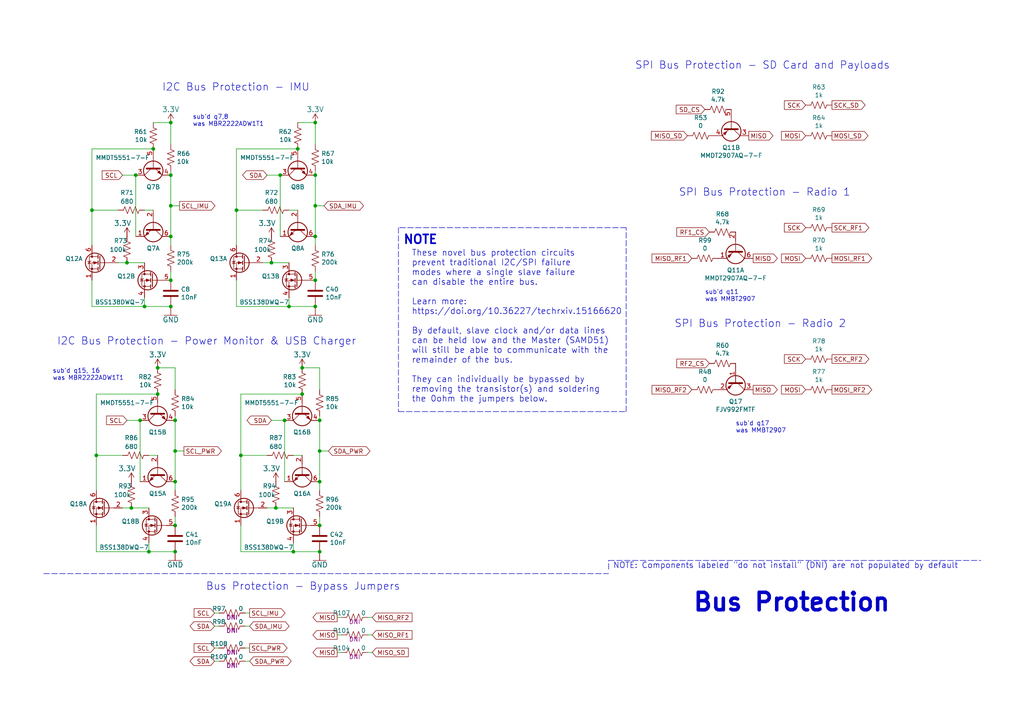
<source format=kicad_sch>
(kicad_sch (version 20211123) (generator eeschema)
  (paper "A4")
  (title_block (title "PyCubed Mainboard") (date "2021-06-09") (rev "v05c") (company "Max Holliday"))
  (lib_symbols
    (symbol "Device:C" (pin_numbers hide) (pin_names (offset 0.254))
      (property "Reference" "C" (at 0.635 2.54 0))
      (property "Value" "C" (at 0.635 -2.54 0))
      (symbol "C_0_1"
        (polyline (pts (xy -2.032 -0.762) (xy 2.032 -0.762)) (stroke (width 0.508)))
        (polyline (pts (xy -2.032 0.762) (xy 2.032 0.762)) (stroke (width 0.508)))
      )
      (symbol "C_1_1"
        (pin passive line (at 0 3.81 270) (length 2.794) (name "~") (number "1"))
        (pin passive line (at 0 -3.81 90) (length 2.794) (name "~") (number "2"))
      )
    )
    (symbol "Device:R_US" (pin_numbers hide) (pin_names (offset 0))
      (property "Reference" "R" (at 2.54 0 90))
      (property "Value" "R_US" (at -2.54 0 90))
      (symbol "R_US_0_1"
        (polyline (pts (xy 0 -2.286) (xy 0 -2.54)))
        (polyline (pts (xy 0 2.286) (xy 0 2.54)))
        (polyline (pts (xy 0 -0.762) (xy 1.016 -1.143) (xy 0 -1.524) (xy -1.016 -1.905) (xy 0 -2.286)))
        (polyline (pts (xy 0 0.762) (xy 1.016 0.381) (xy 0 0) (xy -1.016 -0.381) (xy 0 -0.762)))
        (polyline (pts (xy 0 2.286) (xy 1.016 1.905) (xy 0 1.524) (xy -1.016 1.143) (xy 0 0.762)))
      )
      (symbol "R_US_1_1"
        (pin passive line (at 0 3.81 270) (length 1.27) (name "~") (number "1"))
        (pin passive line (at 0 -3.81 90) (length 1.27) (name "~") (number "2"))
      )
    )
    (symbol "mainboard-rescue:MBT2222ADW1T1-Transistor_BJT-mainboard-rescue" (pin_names (offset 0) hide)
      (property "Reference" "Q" (at 5.08 1.27 0))
      (property "Value" "MBT2222ADW1T1-Transistor_BJT-mainboard-rescue" (at 5.08 -1.27 0))
      (symbol "MBT2222ADW1T1-Transistor_BJT-mainboard-rescue_0_1"
        (polyline (pts (xy 0.635 0) (xy -2.54 0)))
        (polyline (pts (xy 0.635 0.635) (xy 2.54 2.54)))
        (polyline (pts (xy 0.635 -0.635) (xy 2.54 -2.54) (xy 2.54 -2.54)))
        (polyline (pts (xy 0.635 1.905) (xy 0.635 -1.905) (xy 0.635 -1.905)) (stroke (width 0.508)))
        (polyline (pts (xy 1.27 -1.778) (xy 1.778 -1.27) (xy 2.286 -2.286) (xy 1.27 -1.778) (xy 1.27 -1.778)) (fill (type outline)))
        (circle (center 1.27 0) (radius 2.8194) (stroke (width 0.254)))
      )
      (symbol "MBT2222ADW1T1-Transistor_BJT-mainboard-rescue_1_1"
        (pin passive line (at 2.54 -5.08 90) (length 2.54) (name "E1") (number "1"))
        (pin input line (at -5.08 0 0) (length 2.54) (name "B1") (number "2"))
        (pin passive line (at 2.54 5.08 270) (length 2.54) (name "C1") (number "6"))
      )
      (symbol "MBT2222ADW1T1-Transistor_BJT-mainboard-rescue_2_1"
        (pin passive line (at 2.54 5.08 270) (length 2.54) (name "C2") (number "3"))
        (pin passive line (at 2.54 -5.08 90) (length 2.54) (name "E2") (number "4"))
        (pin input line (at -5.08 0 0) (length 2.54) (name "B2") (number "5"))
      )
    )
    (symbol "mainboard:3.3V" (power) (pin_names (offset 1.016))
      (property "Value" "3.3V" (at -1.016 3.556 0))
      (symbol "3.3V_1_0"
        (polyline (pts (xy 0 2.54) (xy -0.762 1.27)))
        (polyline (pts (xy 0.762 1.27) (xy 0 2.54)))
        (pin power_in line (at 0 0 90) (length 2.54) (name "3.3V") (number "1"))
      )
    )
    (symbol "mainboard:BSS138DWQ-7" (pin_names (offset 0.762) hide)
      (property "Reference" "Q" (at -2.54 5.08 0))
      (property "Value" "BSS138DWQ-7" (at 3.81 6.35 0))
      (symbol "BSS138DWQ-7_1_1"
        (polyline (pts (xy -1.016 0) (xy -3.81 0)))
        (polyline (pts (xy -1.016 1.905) (xy -1.016 -1.905)) (stroke (width 0.254)))
        (polyline (pts (xy -0.508 -1.27) (xy -0.508 -2.286)) (stroke (width 0.254)))
        (polyline (pts (xy -0.508 0.508) (xy -0.508 -0.508)) (stroke (width 0.254)))
        (polyline (pts (xy -0.508 2.286) (xy -0.508 1.27)) (stroke (width 0.254)))
        (polyline (pts (xy 1.27 2.54) (xy 1.27 1.778)))
        (polyline (pts (xy 1.27 -2.54) (xy 1.27 0) (xy -0.508 0)))
        (polyline (pts (xy -0.508 -1.778) (xy 2.032 -1.778) (xy 2.032 1.778) (xy -0.508 1.778)))
        (polyline (pts (xy -0.254 0) (xy 0.762 0.381) (xy 0.762 -0.381) (xy -0.254 0)) (fill (type outline)))
        (polyline (pts (xy 1.524 0.508) (xy 1.651 0.381) (xy 2.413 0.381) (xy 2.54 0.254)))
        (polyline (pts (xy 2.032 0.381) (xy 1.651 -0.254) (xy 2.413 -0.254) (xy 2.032 0.381)))
        (circle (center 0.381 0) (radius 2.794) (stroke (width 0.254)))
        (circle (center 1.27 -1.778) (radius 0.254) (fill (type outline)))
        (circle (center 1.27 1.778) (radius 0.254) (fill (type outline)))
        (pin passive line (at 1.27 -5.08 90) (length 2.54) (name "S2") (number "1"))
        (pin input line (at -6.35 0 0) (length 2.54) (name "G2") (number "2"))
        (pin passive line (at 1.27 5.08 270) (length 2.54) (name "D1") (number "6"))
      )
      (symbol "BSS138DWQ-7_2_1"
        (polyline (pts (xy -1.016 0) (xy -3.81 0)))
        (polyline (pts (xy -1.016 1.905) (xy -1.016 -1.905)) (stroke (width 0.254)))
        (polyline (pts (xy -0.508 -1.27) (xy -0.508 -2.286)) (stroke (width 0.254)))
        (polyline (pts (xy -0.508 0.508) (xy -0.508 -0.508)) (stroke (width 0.254)))
        (polyline (pts (xy -0.508 2.286) (xy -0.508 1.27)) (stroke (width 0.254)))
        (polyline (pts (xy 1.27 2.54) (xy 1.27 1.778)))
        (polyline (pts (xy 1.27 -2.54) (xy 1.27 0) (xy -0.508 0)))
        (polyline (pts (xy -0.508 -1.778) (xy 2.032 -1.778) (xy 2.032 1.778) (xy -0.508 1.778)))
        (polyline (pts (xy -0.254 0) (xy 0.762 0.381) (xy 0.762 -0.381) (xy -0.254 0)) (fill (type outline)))
        (polyline (pts (xy 1.524 0.508) (xy 1.651 0.381) (xy 2.413 0.381) (xy 2.54 0.254)))
        (polyline (pts (xy 2.032 0.381) (xy 1.651 -0.254) (xy 2.413 -0.254) (xy 2.032 0.381)))
        (circle (center 0.381 0) (radius 2.794) (stroke (width 0.254)))
        (circle (center 1.27 -1.778) (radius 0.254) (fill (type outline)))
        (circle (center 1.27 1.778) (radius 0.254) (fill (type outline)))
        (pin passive line (at 1.27 5.08 270) (length 2.54) (name "D2") (number "3"))
        (pin passive line (at 1.27 -5.08 90) (length 2.54) (name "S1") (number "4"))
        (pin input line (at -6.35 0 0) (length 2.54) (name "G1") (number "5"))
      )
    )
    (symbol "mainboard:GND" (power) (pin_names (offset 1.016))
      (property "Value" "GND" (at -2.54 -2.54 0))
      (symbol "GND_1_0"
        (polyline (pts (xy -1.905 0) (xy 1.905 0)))
        (pin power_in line (at 0 2.54 270) (length 2.54) (name "GND") (number "1"))
      )
    )
    (symbol "mainboard:MMBT2907" (pin_names (offset 0) hide)
      (property "Reference" "Q" (at 5.08 1.905 0))
      (property "Value" "MMBT2907" (at 5.08 0 0))
      (symbol "MMBT2907_0_1"
        (polyline (pts (xy 0.635 0.635) (xy 2.54 2.54)))
        (polyline (pts (xy 0.635 -0.635) (xy 2.54 -2.54) (xy 2.54 -2.54)))
        (polyline (pts (xy 0.635 1.905) (xy 0.635 -1.905) (xy 0.635 -1.905)) (stroke (width 0.508)))
        (polyline (pts (xy 2.286 -1.778) (xy 1.778 -2.286) (xy 1.27 -1.27) (xy 2.286 -1.778) (xy 2.286 -1.778)) (fill (type outline)))
        (circle (center 1.27 0) (radius 2.8194) (stroke (width 0.254)))
      )
      (symbol "MMBT2907_1_1"
        (pin input line (at -5.08 0 0) (length 5.715) (name "B") (number "1"))
        (pin passive line (at 2.54 -5.08 90) (length 2.54) (name "E") (number "2"))
        (pin passive line (at 2.54 5.08 270) (length 2.54) (name "C") (number "3"))
      )
    )
    (symbol "mainboard:MMDT2907" (pin_names (offset 0) hide)
      (property "Reference" "Q" (at 5.08 1.27 0))
      (property "Value" "MMDT2907" (at 5.08 -1.27 0))
      (symbol "MMDT2907_0_1"
        (polyline (pts (xy 0.635 0) (xy -2.54 0)))
        (polyline (pts (xy 0.635 0.635) (xy 2.54 2.54)))
        (polyline (pts (xy 0.635 -0.635) (xy 2.54 -2.54) (xy 2.54 -2.54)))
        (polyline (pts (xy 0.635 1.905) (xy 0.635 -1.905) (xy 0.635 -1.905)) (stroke (width 0.508)))
        (polyline (pts (xy 2.286 -1.778) (xy 1.778 -2.286) (xy 1.27 -1.27) (xy 2.286 -1.778) (xy 2.286 -1.778)) (fill (type outline)))
        (circle (center 1.27 0) (radius 2.8194) (stroke (width 0.254)))
      )
      (symbol "MMDT2907_1_1"
        (pin passive line (at 2.54 -5.08 90) (length 2.54) (name "E1") (number "1"))
        (pin input line (at -5.08 0 0) (length 2.54) (name "B1") (number "2"))
        (pin passive line (at 2.54 5.08 270) (length 2.54) (name "C1") (number "6"))
      )
      (symbol "MMDT2907_2_1"
        (pin passive line (at 2.54 5.08 270) (length 2.54) (name "C2") (number "3"))
        (pin passive line (at 2.54 -5.08 90) (length 2.54) (name "E2") (number "4"))
        (pin input line (at -5.08 0 0) (length 2.54) (name "B2") (number "5"))
      )
    )
  )
  (junction (at 92.71 121.92))
  (junction (at 91.44 59.69))
  (junction (at 87.63 106.68))
  (junction (at 92.71 160.02))
  (junction (at 91.44 88.9))
  (junction (at 49.53 50.8))
  (junction (at 50.8 152.4))
  (junction (at 69.85 132.08))
  (junction (at 36.83 76.2))
  (junction (at 41.91 88.9))
  (junction (at 85.09 160.02))
  (junction (at 39.37 50.8))
  (junction (at 43.18 160.02))
  (junction (at 83.82 88.9))
  (junction (at 91.44 50.8))
  (junction (at 49.53 35.56))
  (junction (at 87.63 114.3))
  (junction (at 38.1 147.32))
  (junction (at 50.8 130.81))
  (junction (at 49.53 88.9))
  (junction (at 49.53 59.69))
  (junction (at 49.53 81.28))
  (junction (at 82.55 121.92))
  (junction (at 27.94 132.08))
  (junction (at 45.72 106.68))
  (junction (at 68.58 60.96))
  (junction (at 50.8 121.92))
  (junction (at 92.71 139.7))
  (junction (at 50.8 139.7))
  (junction (at 92.71 152.4))
  (junction (at 50.8 160.02))
  (junction (at 78.74 76.2))
  (junction (at 91.44 68.58))
  (junction (at 26.67 60.96))
  (junction (at 91.44 35.56))
  (junction (at 91.44 81.28))
  (junction (at 92.71 130.81))
  (junction (at 40.64 121.92))
  (junction (at 45.72 114.3))
  (junction (at 81.28 50.8))
  (junction (at 44.45 43.18))
  (junction (at 80.01 147.32))
  (junction (at 86.36 43.18))
  (junction (at 49.53 68.58))
  (wire (pts (xy 93.98 59.69) (xy 91.44 59.69)))
  (wire (pts (xy 72.39 191.77) (xy 71.12 191.77)))
  (wire (pts (xy 43.18 160.02) (xy 50.8 160.02)))
  (wire (pts (xy 49.53 78.74) (xy 49.53 81.28)))
  (wire (pts (xy 97.79 189.23) (xy 99.06 189.23)))
  (wire (pts (xy 68.58 60.96) (xy 76.2 60.96)))
  (wire (pts (xy 50.8 120.65) (xy 50.8 121.92)))
  (wire (pts (xy 49.53 68.58) (xy 49.53 59.69)))
  (wire (pts (xy 92.71 113.03) (xy 92.71 106.68)))
  (wire (pts (xy 27.94 160.02) (xy 43.18 160.02)))
  (wire (pts (xy 41.91 88.9) (xy 49.53 88.9)))
  (wire (pts (xy 50.8 106.68) (xy 45.72 106.68)))
  (wire (pts (xy 85.09 160.02) (xy 92.71 160.02)))
  (wire (pts (xy 107.95 189.23) (xy 106.68 189.23)))
  (wire (pts (xy 107.95 184.15) (xy 106.68 184.15)))
  (wire (pts (xy 39.37 50.8) (xy 39.37 68.58)))
  (wire (pts (xy 92.71 149.86) (xy 92.71 152.4)))
  (wire (pts (xy 50.8 130.81) (xy 50.8 121.92)))
  (wire (pts (xy 69.85 142.24) (xy 69.85 132.08)))
  (polyline (pts (xy 115.57 119.38) (xy 181.61 119.38)))
  (wire (pts (xy 49.53 35.56) (xy 44.45 35.56)))
  (polyline (pts (xy 12.7 166.37) (xy 176.53 166.37)))
  (wire (pts (xy 40.64 121.92) (xy 40.64 139.7)))
  (wire (pts (xy 69.85 132.08) (xy 69.85 114.3)))
  (wire (pts (xy 69.85 152.4) (xy 69.85 160.02)))
  (wire (pts (xy 26.67 43.18) (xy 44.45 43.18)))
  (wire (pts (xy 68.58 88.9) (xy 83.82 88.9)))
  (wire (pts (xy 68.58 81.28) (xy 68.58 88.9)))
  (wire (pts (xy 97.79 179.07) (xy 99.06 179.07)))
  (wire (pts (xy 91.44 49.53) (xy 91.44 50.8)))
  (wire (pts (xy 85.09 157.48) (xy 85.09 160.02)))
  (wire (pts (xy 92.71 130.81) (xy 92.71 121.92)))
  (wire (pts (xy 81.28 50.8) (xy 81.28 68.58)))
  (polyline (pts (xy 181.61 119.38) (xy 181.61 66.04)))
  (wire (pts (xy 68.58 43.18) (xy 86.36 43.18)))
  (wire (pts (xy 91.44 78.74) (xy 91.44 81.28)))
  (wire (pts (xy 77.47 50.8) (xy 81.28 50.8)))
  (wire (pts (xy 27.94 132.08) (xy 27.94 114.3)))
  (wire (pts (xy 50.8 149.86) (xy 50.8 152.4)))
  (wire (pts (xy 62.23 191.77) (xy 63.5 191.77)))
  (wire (pts (xy 83.82 76.2) (xy 78.74 76.2)))
  (wire (pts (xy 50.8 142.24) (xy 50.8 139.7)))
  (polyline (pts (xy 181.61 66.04) (xy 115.57 66.04)))
  (wire (pts (xy 91.44 35.56) (xy 86.36 35.56)))
  (wire (pts (xy 44.45 60.96) (xy 41.91 60.96)))
  (wire (pts (xy 91.44 59.69) (xy 91.44 50.8)))
  (wire (pts (xy 43.18 147.32) (xy 38.1 147.32)))
  (wire (pts (xy 43.18 157.48) (xy 43.18 160.02)))
  (wire (pts (xy 50.8 139.7) (xy 50.8 130.81)))
  (wire (pts (xy 26.67 71.12) (xy 26.67 60.96)))
  (wire (pts (xy 69.85 160.02) (xy 85.09 160.02)))
  (wire (pts (xy 95.25 130.81) (xy 92.71 130.81)))
  (wire (pts (xy 72.39 187.96) (xy 71.12 187.96)))
  (wire (pts (xy 27.94 114.3) (xy 45.72 114.3)))
  (wire (pts (xy 49.53 41.91) (xy 49.53 35.56)))
  (wire (pts (xy 92.71 139.7) (xy 92.71 130.81)))
  (polyline (pts (xy 115.57 66.04) (xy 115.57 119.38)))
  (wire (pts (xy 62.23 181.61) (xy 63.5 181.61)))
  (wire (pts (xy 72.39 181.61) (xy 71.12 181.61)))
  (wire (pts (xy 35.56 50.8) (xy 39.37 50.8)))
  (wire (pts (xy 26.67 60.96) (xy 26.67 43.18)))
  (wire (pts (xy 85.09 147.32) (xy 80.01 147.32)))
  (wire (pts (xy 41.91 86.36) (xy 41.91 88.9)))
  (wire (pts (xy 49.53 71.12) (xy 49.53 68.58)))
  (wire (pts (xy 92.71 142.24) (xy 92.71 139.7)))
  (wire (pts (xy 78.74 121.92) (xy 82.55 121.92)))
  (wire (pts (xy 36.83 121.92) (xy 40.64 121.92)))
  (wire (pts (xy 92.71 106.68) (xy 87.63 106.68)))
  (wire (pts (xy 97.79 184.15) (xy 99.06 184.15)))
  (wire (pts (xy 87.63 132.08) (xy 85.09 132.08)))
  (wire (pts (xy 53.34 130.81) (xy 50.8 130.81)))
  (wire (pts (xy 69.85 114.3) (xy 87.63 114.3)))
  (wire (pts (xy 86.36 60.96) (xy 83.82 60.96)))
  (wire (pts (xy 50.8 113.03) (xy 50.8 106.68)))
  (wire (pts (xy 49.53 59.69) (xy 49.53 50.8)))
  (wire (pts (xy 27.94 142.24) (xy 27.94 132.08)))
  (wire (pts (xy 68.58 60.96) (xy 68.58 43.18)))
  (wire (pts (xy 68.58 71.12) (xy 68.58 60.96)))
  (wire (pts (xy 62.23 177.8) (xy 63.5 177.8)))
  (wire (pts (xy 92.71 120.65) (xy 92.71 121.92)))
  (wire (pts (xy 82.55 121.92) (xy 82.55 139.7)))
  (wire (pts (xy 91.44 35.56) (xy 91.44 41.91)))
  (wire (pts (xy 107.95 179.07) (xy 106.68 179.07)))
  (wire (pts (xy 83.82 86.36) (xy 83.82 88.9)))
  (wire (pts (xy 62.23 187.96) (xy 63.5 187.96)))
  (wire (pts (xy 69.85 132.08) (xy 77.47 132.08)))
  (wire (pts (xy 91.44 68.58) (xy 91.44 59.69)))
  (wire (pts (xy 45.72 132.08) (xy 43.18 132.08)))
  (wire (pts (xy 41.91 76.2) (xy 36.83 76.2)))
  (wire (pts (xy 27.94 132.08) (xy 35.56 132.08)))
  (wire (pts (xy 72.39 177.8) (xy 71.12 177.8)))
  (wire (pts (xy 83.82 88.9) (xy 91.44 88.9)))
  (wire (pts (xy 26.67 60.96) (xy 34.29 60.96)))
  (wire (pts (xy 52.07 59.69) (xy 49.53 59.69)))
  (wire (pts (xy 36.83 76.2) (xy 34.29 76.2)))
  (wire (pts (xy 78.74 76.2) (xy 76.2 76.2)))
  (wire (pts (xy 26.67 88.9) (xy 41.91 88.9)))
  (polyline (pts (xy 176.53 162.56) (xy 284.48 162.56)))
  (wire (pts (xy 49.53 49.53) (xy 49.53 50.8)))
  (wire (pts (xy 26.67 81.28) (xy 26.67 88.9)))
  (wire (pts (xy 80.01 147.32) (xy 77.47 147.32)))
  (wire (pts (xy 27.94 152.4) (xy 27.94 160.02)))
  (wire (pts (xy 38.1 147.32) (xy 35.56 147.32)))
  (polyline (pts (xy 176.53 165.1) (xy 176.53 162.56)))
  (wire (pts (xy 91.44 71.12) (xy 91.44 68.58)))
  (text "sub'd q17\nwas MMBT2907" (at 213.36 125.73 0) (effects (font (size 1.27 1.27)) (justify left bottom)))
  (text "Bus Protection - Bypass Jumpers" (at 59.69 171.45 0) (effects (font (size 2.159 2.159)) (justify left bottom)))
  (text "SPI Bus Protection - SD Card and Payloads" (at 184.15 20.32 0) (effects (font (size 2.159 2.159)) (justify left bottom)))
  (text "sub'd q7,8\nwas MBR2222ADW1T1" (at 55.88 36.83 0) (effects (font (size 1.27 1.27)) (justify left bottom)))
  (text "SPI Bus Protection - Radio 2" (at 195.58 95.25 0) (effects (font (size 2.159 2.159)) (justify left bottom)))
  (text "These novel bus protection circuits\nprevent traditional I2C/SPI failure \nmodes where a single slave failure\ncan disable the entire bus.\n\nLearn more: \nhttps://doi.org/10.36227/techrxiv.15166620\n\nBy default, slave clock and/or data lines \ncan be held low and the Master (SAMD51) \nwill still be able to communicate with the \nremainder of the bus.\n\nThey can individually be bypassed by \nremoving the transistor(s) and soldering\nthe 0ohm the jumpers below." (at 119.38 116.84 0) (effects (font (size 1.7526 1.7526)) (justify left bottom)))
  (text "Bus Protection" (at 200.66 177.8 0) (effects (font (size 5.08 5.08) (thickness 1.016) bold) (justify left bottom)))
  (text "NOTE" (at 116.84 71.12 0) (effects (font (size 2.54 2.54) (thickness 0.508) bold) (justify left bottom)))
  (text "I2C Bus Protection - Power Monitor & USB Charger" (at 16.51 100.33 0) (effects (font (size 2.159 2.159)) (justify left bottom)))
  (text "SPI Bus Protection - Radio 1" (at 196.85 57.15 0) (effects (font (size 2.159 2.159)) (justify left bottom)))
  (text "NOTE: Components labeled \"do not install\" (DNI) are not populated by default" (at 177.8 165.1 0) (effects (font (size 1.651 1.651)) (justify left bottom)))
  (text "sub'd q15, 16\nwas MBR2222ADW1T1" (at 15.24 110.49 0) (effects (font (size 1.27 1.27)) (justify left bottom)))
  (text "sub'd q11\nwas MMBT2907" (at 204.47 87.63 0) (effects (font (size 1.27 1.27)) (justify left bottom)))
  (text "I2C Bus Protection - IMU" (at 46.99 26.67 0) (effects (font (size 2.159 2.159)) (justify left bottom)))
  (global_label "SD_CS" (shape input) (at 204.47 31.75 180) (property "Intersheet References" "${INTERSHEET_REFS}" (effects hide)))
  (global_label "MOSI_RF2" (shape output) (at 241.3 113.03 0) (property "Intersheet References" "${INTERSHEET_REFS}" (effects hide)))
  (global_label "SDA_IMU" (shape bidirectional) (at 93.98 59.69 0) (property "Intersheet References" "${INTERSHEET_REFS}" (effects hide)))
  (global_label "MISO" (shape output) (at 97.79 184.15 180) (property "Intersheet References" "${INTERSHEET_REFS}" (effects hide)))
  (global_label "MOSI" (shape input) (at 233.68 74.93 180) (property "Intersheet References" "${INTERSHEET_REFS}" (effects hide)))
  (global_label "SDA" (shape bidirectional) (at 77.47 50.8 180) (property "Intersheet References" "${INTERSHEET_REFS}" (effects hide)))
  (global_label "SDA" (shape bidirectional) (at 78.74 121.92 180) (property "Intersheet References" "${INTERSHEET_REFS}" (effects hide)))
  (global_label "SCL" (shape input) (at 35.56 50.8 180) (property "Intersheet References" "${INTERSHEET_REFS}" (effects hide)))
  (global_label "MOSI_SD" (shape output) (at 241.3 39.37 0) (property "Intersheet References" "${INTERSHEET_REFS}" (effects hide)))
  (global_label "MOSI" (shape input) (at 233.68 39.37 180) (property "Intersheet References" "${INTERSHEET_REFS}" (effects hide)))
  (global_label "SCL_IMU" (shape output) (at 72.39 177.8 0) (property "Intersheet References" "${INTERSHEET_REFS}" (effects hide)))
  (global_label "SCK_SD" (shape output) (at 241.3 30.48 0) (property "Intersheet References" "${INTERSHEET_REFS}" (effects hide)))
  (global_label "SDA_PWR" (shape bidirectional) (at 72.39 191.77 0) (property "Intersheet References" "${INTERSHEET_REFS}" (effects hide)))
  (global_label "SCK_RF1" (shape output) (at 241.3 66.04 0) (property "Intersheet References" "${INTERSHEET_REFS}" (effects hide)))
  (global_label "MISO_SD" (shape input) (at 107.95 189.23 0) (property "Intersheet References" "${INTERSHEET_REFS}" (effects hide)))
  (global_label "RF2_CS" (shape input) (at 205.74 105.41 180) (property "Intersheet References" "${INTERSHEET_REFS}" (effects hide)))
  (global_label "MISO" (shape output) (at 218.44 113.03 0) (property "Intersheet References" "${INTERSHEET_REFS}" (effects hide)))
  (global_label "MOSI_RF1" (shape output) (at 241.3 74.93 0) (property "Intersheet References" "${INTERSHEET_REFS}" (effects hide)))
  (global_label "MISO_SD" (shape input) (at 199.39 39.37 180) (property "Intersheet References" "${INTERSHEET_REFS}" (effects hide)))
  (global_label "MOSI" (shape input) (at 233.68 113.03 180) (property "Intersheet References" "${INTERSHEET_REFS}" (effects hide)))
  (global_label "SCL_PWR" (shape output) (at 72.39 187.96 0) (property "Intersheet References" "${INTERSHEET_REFS}" (effects hide)))
  (global_label "RF1_CS" (shape input) (at 205.74 67.31 180) (property "Intersheet References" "${INTERSHEET_REFS}" (effects hide)))
  (global_label "SCL_IMU" (shape output) (at 52.07 59.69 0) (property "Intersheet References" "${INTERSHEET_REFS}" (effects hide)))
  (global_label "MISO" (shape output) (at 218.44 74.93 0) (property "Intersheet References" "${INTERSHEET_REFS}" (effects hide)))
  (global_label "MISO_RF1" (shape input) (at 200.66 74.93 180) (property "Intersheet References" "${INTERSHEET_REFS}" (effects hide)))
  (global_label "MISO_RF2" (shape input) (at 200.66 113.03 180) (property "Intersheet References" "${INTERSHEET_REFS}" (effects hide)))
  (global_label "SCL" (shape input) (at 62.23 187.96 180) (property "Intersheet References" "${INTERSHEET_REFS}" (effects hide)))
  (global_label "SDA_IMU" (shape bidirectional) (at 72.39 181.61 0) (property "Intersheet References" "${INTERSHEET_REFS}" (effects hide)))
  (global_label "SDA" (shape bidirectional) (at 62.23 181.61 180) (property "Intersheet References" "${INTERSHEET_REFS}" (effects hide)))
  (global_label "MISO" (shape output) (at 217.17 39.37 0) (property "Intersheet References" "${INTERSHEET_REFS}" (effects hide)))
  (global_label "SDA" (shape bidirectional) (at 62.23 191.77 180) (property "Intersheet References" "${INTERSHEET_REFS}" (effects hide)))
  (global_label "SDA_PWR" (shape bidirectional) (at 95.25 130.81 0) (property "Intersheet References" "${INTERSHEET_REFS}" (effects hide)))
  (global_label "MISO" (shape output) (at 97.79 179.07 180) (property "Intersheet References" "${INTERSHEET_REFS}" (effects hide)))
  (global_label "SCK_RF2" (shape output) (at 241.3 104.14 0) (property "Intersheet References" "${INTERSHEET_REFS}" (effects hide)))
  (global_label "SCK" (shape input) (at 233.68 66.04 180) (property "Intersheet References" "${INTERSHEET_REFS}" (effects hide)))
  (global_label "MISO" (shape output) (at 97.79 189.23 180) (property "Intersheet References" "${INTERSHEET_REFS}" (effects hide)))
  (global_label "SCL" (shape input) (at 36.83 121.92 180) (property "Intersheet References" "${INTERSHEET_REFS}" (effects hide)))
  (global_label "SCL_PWR" (shape output) (at 53.34 130.81 0) (property "Intersheet References" "${INTERSHEET_REFS}" (effects hide)))
  (global_label "SCL" (shape input) (at 62.23 177.8 180) (property "Intersheet References" "${INTERSHEET_REFS}" (effects hide)))
  (global_label "MISO_RF2" (shape input) (at 107.95 179.07 0) (property "Intersheet References" "${INTERSHEET_REFS}" (effects hide)))
  (global_label "MISO_RF1" (shape input) (at 107.95 184.15 0) (property "Intersheet References" "${INTERSHEET_REFS}" (effects hide)))
  (global_label "SCK" (shape input) (at 233.68 30.48 180) (property "Intersheet References" "${INTERSHEET_REFS}" (effects hide)))
  (global_label "SCK" (shape input) (at 233.68 104.14 180) (property "Intersheet References" "${INTERSHEET_REFS}" (effects hide)))
  (symbol (lib_id "mainboard:BSS138DWQ-7") (at 27.94 76.2 0) (mirror y) (unit 1)
    (property "Reference" "Q12" (at 24.003 75.0316 0) (effects (justify left)))
    (property "Value" "BSS138DWQ-7" (at 41.91 87.63 0) (effects (justify left)))
    (property "Footprint" "mainboard:BSS138DWQ-7" (effects hide))
    (property "Datasheet" "https://www.diodes.com/assets/Datasheets/BSS138DWQ.pdf" (effects hide))
    (property "Description" "Dual N-Channel MOSFET - 2NMOS" (effects hide))
    (property "Flight" "BSS138DWQ-7" (effects hide))
    (property "Manufacturer_Name" "Diodes Incorporated" (effects hide))
    (property "Manufacturer_Part_Number" "BSS138DWQ-7" (effects hide))
    (property "Proto" "BSS138DWQ-7" (effects hide))
  )
  (symbol (lib_id "mainboard:BSS138DWQ-7") (at 43.18 81.28 0) (mirror y) (unit 2)
    (property "Reference" "Q12" (at 39.243 80.1116 0) (effects (justify left)))
    (property "Value" "BSS138DWQ-7" (effects hide))
    (property "Footprint" "mainboard:BSS138DWQ-7" (effects hide))
    (property "Datasheet" "https://www.diodes.com/assets/Datasheets/BSS138DWQ.pdf" (effects hide))
    (property "Description" "Dual N-Channel MOSFET - 2NMOS" (effects hide))
    (property "Flight" "BSS138DWQ-7" (effects hide))
    (property "Manufacturer_Name" "Diodes Incorporated" (effects hide))
    (property "Manufacturer_Part_Number" "BSS138DWQ-7" (effects hide))
    (property "Proto" "BSS138DWQ-7" (effects hide))
  )
  (symbol (lib_id "mainboard-rescue:MBT2222ADW1T1-Transistor_BJT-mainboard-rescue") (at 44.45 66.04 270) (unit 1)
    (property "Reference" "Q7" (at 44.45 72.0344 90))
    (property "Value" "MMDT5551-7-F" (effects hide))
    (property "Footprint" "Package_TO_SOT_SMD:SOT-363_SC-70-6" (effects hide))
  )
  (symbol (lib_id "mainboard-rescue:MBT2222ADW1T1-Transistor_BJT-mainboard-rescue") (at 44.45 48.26 90) (mirror x) (unit 2)
    (property "Reference" "Q7" (at 44.45 54.229 90))
    (property "Value" "MMDT5551-7-F" (at 35.56 45.72 90))
    (property "Footprint" "Package_TO_SOT_SMD:SOT-363_SC-70-6" (effects hide))
    (property "Flight" "MMDT5551-7-F" (effects hide))
  )
  (symbol (lib_id "Device:C") (at 49.53 85.09 0) (unit 1)
    (property "Reference" "C8" (at 52.451 83.9216 0) (effects (justify left)))
    (property "Value" "10nF" (at 52.451 86.233 0) (effects (justify left)))
    (property "Footprint" "Capacitor_SMD:C_0603_1608Metric" (effects hide))
  )
  (symbol (lib_id "mainboard:GND") (at 49.53 91.44 0) (unit 1)
    (property "Reference" "#GND045" (effects hide))
    (property "Value" "GND" (at 49.53 92.71 0) (effects (font (size 1.4986 1.4986))))
  )
  (symbol (lib_id "Device:R_US") (at 49.53 45.72 0) (unit 1)
    (property "Reference" "R66" (at 51.2572 44.5516 0) (effects (justify left)))
    (property "Value" "10k" (at 51.2572 46.863 0) (effects (justify left)))
    (property "Footprint" "Resistor_SMD:R_0603_1608Metric" (effects hide))
  )
  (symbol (lib_id "Device:R_US") (at 44.45 39.37 0) (unit 1)
    (property "Reference" "R61" (at 42.7482 38.2016 0) (effects (justify right)))
    (property "Value" "10k" (at 42.7482 40.513 0) (effects (justify right)))
    (property "Footprint" "Resistor_SMD:R_0603_1608Metric" (effects hide))
  )
  (symbol (lib_id "Device:R_US") (at 38.1 60.96 270) (unit 1)
    (property "Reference" "R71" (at 36.83 55.88 90))
    (property "Value" "680" (at 36.83 58.42 90))
    (property "Footprint" "Resistor_SMD:R_0603_1608Metric" (effects hide))
  )
  (symbol (lib_id "Device:R_US") (at 36.83 72.39 0) (unit 1)
    (property "Reference" "R73" (at 33.02 69.85 0) (effects (justify left)))
    (property "Value" "100k" (at 31.75 72.39 0) (effects (justify left)))
    (property "Footprint" "Resistor_SMD:R_0603_1608Metric" (effects hide))
  )
  (symbol (lib_id "mainboard:3.3V") (at 36.83 68.58 0) (unit 1)
    (property "Reference" "#P+07" (effects hide))
    (property "Value" "3.3V" (at 35.56 64.77 0) (effects (font (size 1.4986 1.4986))))
  )
  (symbol (lib_id "Device:R_US") (at 49.53 74.93 0) (unit 1)
    (property "Reference" "R75" (at 51.2572 73.7616 0) (effects (justify left)))
    (property "Value" "200k" (at 51.2572 76.073 0) (effects (justify left)))
    (property "Footprint" "Resistor_SMD:R_0603_1608Metric" (effects hide))
  )
  (symbol (lib_id "mainboard-rescue:MBT2222ADW1T1-Transistor_BJT-mainboard-rescue") (at 86.36 66.04 270) (unit 1)
    (property "Reference" "Q8" (at 86.36 72.0344 90))
    (property "Value" "MMDT5551-7-F" (effects hide))
    (property "Footprint" "Package_TO_SOT_SMD:SOT-363_SC-70-6" (effects hide))
    (property "Description" "Dual NPN BJT - 2NPN" (effects hide))
    (property "Flight" "MBT2222ADW1T1G" (effects hide))
    (property "Manufacturer_Name" "ON Semiconductor" (effects hide))
    (property "Manufacturer_Part_Number" "MBT2222ADW1T1G" (effects hide))
    (property "Proto" "MBT2222ADW1T1G" (effects hide))
  )
  (symbol (lib_id "mainboard-rescue:MBT2222ADW1T1-Transistor_BJT-mainboard-rescue") (at 86.36 48.26 90) (mirror x) (unit 2)
    (property "Reference" "Q8" (at 86.36 54.229 90))
    (property "Value" "MMDT5551-7-F" (at 77.47 45.72 90))
    (property "Footprint" "Package_TO_SOT_SMD:SOT-363_SC-70-6" (effects hide))
    (property "Flight" "MMDT5551-7-F" (effects hide))
  )
  (symbol (lib_id "Device:C") (at 91.44 85.09 0) (unit 1)
    (property "Reference" "C40" (at 94.361 83.9216 0) (effects (justify left)))
    (property "Value" "10nF" (at 94.361 86.233 0) (effects (justify left)))
    (property "Footprint" "Capacitor_SMD:C_0603_1608Metric" (effects hide))
  )
  (symbol (lib_id "mainboard:GND") (at 91.44 91.44 0) (unit 1)
    (property "Reference" "#GND046" (effects hide))
    (property "Value" "GND" (at 91.44 92.71 0) (effects (font (size 1.4986 1.4986))))
  )
  (symbol (lib_id "Device:R_US") (at 86.36 39.37 0) (unit 1)
    (property "Reference" "R62" (at 84.6582 38.2016 0) (effects (justify right)))
    (property "Value" "10k" (at 84.6582 40.513 0) (effects (justify right)))
    (property "Footprint" "Resistor_SMD:R_0603_1608Metric" (effects hide))
  )
  (symbol (lib_id "Device:R_US") (at 80.01 60.96 270) (unit 1)
    (property "Reference" "R72" (at 78.74 55.88 90))
    (property "Value" "680" (at 78.74 58.42 90))
    (property "Footprint" "Resistor_SMD:R_0603_1608Metric" (effects hide))
  )
  (symbol (lib_id "mainboard:BSS138DWQ-7") (at 85.09 81.28 0) (mirror y) (unit 2)
    (property "Reference" "Q13" (at 81.153 80.1116 0) (effects (justify left)))
    (property "Value" "BSS138DWQ-7" (effects hide))
    (property "Footprint" "mainboard:BSS138DWQ-7" (effects hide))
    (property "Datasheet" "https://www.diodes.com/assets/Datasheets/BSS138DWQ.pdf" (effects hide))
    (property "Description" "Dual N-Channel MOSFET - 2NMOS" (effects hide))
    (property "Flight" "BSS138DWQ-7" (effects hide))
    (property "Manufacturer_Name" "Diodes Incorporated" (effects hide))
    (property "Manufacturer_Part_Number" "BSS138DWQ-7" (effects hide))
    (property "Proto" "BSS138DWQ-7" (effects hide))
  )
  (symbol (lib_id "Device:R_US") (at 91.44 74.93 0) (unit 1)
    (property "Reference" "R76" (at 93.1672 73.7616 0) (effects (justify left)))
    (property "Value" "200k" (at 93.1672 76.073 0) (effects (justify left)))
    (property "Footprint" "Resistor_SMD:R_0603_1608Metric" (effects hide))
  )
  (symbol (lib_id "mainboard:3.3V") (at 78.74 68.58 0) (unit 1)
    (property "Reference" "#P+08" (effects hide))
    (property "Value" "3.3V" (at 77.47 64.77 0) (effects (font (size 1.4986 1.4986))))
  )
  (symbol (lib_id "Device:R_US") (at 78.74 72.39 0) (unit 1)
    (property "Reference" "R74" (at 74.93 69.85 0) (effects (justify left)))
    (property "Value" "100k" (at 73.66 72.39 0) (effects (justify left)))
    (property "Footprint" "Resistor_SMD:R_0603_1608Metric" (effects hide))
  )
  (symbol (lib_id "mainboard:BSS138DWQ-7") (at 69.85 76.2 0) (mirror y) (unit 1)
    (property "Reference" "Q13" (at 65.913 75.0316 0) (effects (justify left)))
    (property "Value" "BSS138DWQ-7" (at 83.82 87.63 0) (effects (justify left)))
    (property "Footprint" "mainboard:BSS138DWQ-7" (effects hide))
    (property "Datasheet" "https://www.diodes.com/assets/Datasheets/BSS138DWQ.pdf" (effects hide))
    (property "Description" "Dual N-Channel MOSFET - 2NMOS" (effects hide))
    (property "Flight" "BSS138DWQ-7" (effects hide))
    (property "Manufacturer_Name" "Diodes Incorporated" (effects hide))
    (property "Manufacturer_Part_Number" "BSS138DWQ-7" (effects hide))
    (property "Proto" "BSS138DWQ-7" (effects hide))
  )
  (symbol (lib_id "Device:R_US") (at 91.44 45.72 0) (unit 1)
    (property "Reference" "R67" (at 93.1672 44.5516 0) (effects (justify left)))
    (property "Value" "10k" (at 93.1672 46.863 0) (effects (justify left)))
    (property "Footprint" "Resistor_SMD:R_0603_1608Metric" (effects hide))
  )
  (symbol (lib_id "mainboard-rescue:MBT2222ADW1T1-Transistor_BJT-mainboard-rescue") (at 45.72 119.38 90) (mirror x) (unit 2)
    (property "Reference" "Q15" (at 45.72 125.349 90))
    (property "Value" "MMDT5551-7-F" (at 36.83 116.84 90))
    (property "Footprint" "Package_TO_SOT_SMD:SOT-363_SC-70-6" (effects hide))
    (property "Flight" "MMDT5551-7-F" (effects hide))
  )
  (symbol (lib_id "Device:C") (at 50.8 156.21 0) (unit 1)
    (property "Reference" "C41" (at 53.721 155.0416 0) (effects (justify left)))
    (property "Value" "10nF" (at 53.721 157.353 0) (effects (justify left)))
    (property "Footprint" "Capacitor_SMD:C_0603_1608Metric" (effects hide))
  )
  (symbol (lib_id "mainboard:GND") (at 50.8 162.56 0) (unit 1)
    (property "Reference" "#GND050" (effects hide))
    (property "Value" "GND" (at 50.8 163.83 0) (effects (font (size 1.4986 1.4986))))
  )
  (symbol (lib_id "Device:R_US") (at 45.72 110.49 0) (unit 1)
    (property "Reference" "R82" (at 44.0182 109.3216 0) (effects (justify right)))
    (property "Value" "10k" (at 44.0182 111.633 0) (effects (justify right)))
    (property "Footprint" "Resistor_SMD:R_0603_1608Metric" (effects hide))
  )
  (symbol (lib_id "mainboard:3.3V") (at 45.72 106.68 0) (unit 1)
    (property "Reference" "#P+012" (effects hide))
    (property "Value" "3.3V" (at 45.72 102.87 0) (effects (font (size 1.4986 1.4986))))
  )
  (symbol (lib_id "Device:R_US") (at 39.37 132.08 270) (unit 1)
    (property "Reference" "R86" (at 38.1 127 90))
    (property "Value" "680" (at 38.1 129.54 90))
    (property "Footprint" "Resistor_SMD:R_0603_1608Metric" (effects hide))
  )
  (symbol (lib_id "mainboard:BSS138DWQ-7") (at 44.45 152.4 0) (mirror y) (unit 2)
    (property "Reference" "Q18" (at 40.513 151.2316 0) (effects (justify left)))
    (property "Value" "BSS138DWQ-7" (effects hide))
    (property "Footprint" "mainboard:BSS138DWQ-7" (effects hide))
    (property "Datasheet" "https://www.diodes.com/assets/Datasheets/BSS138DWQ.pdf" (effects hide))
    (property "Description" "Dual N-Channel MOSFET - 2NMOS" (effects hide))
    (property "Flight" "BSS138DWQ-7" (effects hide))
    (property "Manufacturer_Name" "Diodes Incorporated" (effects hide))
    (property "Manufacturer_Part_Number" "BSS138DWQ-7" (effects hide))
    (property "Proto" "BSS138DWQ-7" (effects hide))
  )
  (symbol (lib_id "Device:R_US") (at 50.8 146.05 0) (unit 1)
    (property "Reference" "R95" (at 52.5272 144.8816 0) (effects (justify left)))
    (property "Value" "200k" (at 52.5272 147.193 0) (effects (justify left)))
    (property "Footprint" "Resistor_SMD:R_0603_1608Metric" (effects hide))
  )
  (symbol (lib_id "mainboard:3.3V") (at 38.1 139.7 0) (unit 1)
    (property "Reference" "#P+017" (effects hide))
    (property "Value" "3.3V" (at 36.83 135.89 0) (effects (font (size 1.4986 1.4986))))
  )
  (symbol (lib_id "Device:R_US") (at 38.1 143.51 0) (unit 1)
    (property "Reference" "R93" (at 34.29 140.97 0) (effects (justify left)))
    (property "Value" "100k" (at 33.02 143.51 0) (effects (justify left)))
    (property "Footprint" "Resistor_SMD:R_0603_1608Metric" (effects hide))
  )
  (symbol (lib_id "mainboard:BSS138DWQ-7") (at 29.21 147.32 0) (mirror y) (unit 1)
    (property "Reference" "Q18" (at 25.273 146.1516 0) (effects (justify left)))
    (property "Value" "BSS138DWQ-7" (at 43.18 158.75 0) (effects (justify left)))
    (property "Footprint" "mainboard:BSS138DWQ-7" (effects hide))
    (property "Datasheet" "https://www.diodes.com/assets/Datasheets/BSS138DWQ.pdf" (effects hide))
    (property "Description" "Dual N-Channel MOSFET - 2NMOS" (effects hide))
    (property "Flight" "BSS138DWQ-7" (effects hide))
    (property "Manufacturer_Name" "Diodes Incorporated" (effects hide))
    (property "Manufacturer_Part_Number" "BSS138DWQ-7" (effects hide))
    (property "Proto" "BSS138DWQ-7" (effects hide))
  )
  (symbol (lib_id "Device:R_US") (at 50.8 116.84 0) (unit 1)
    (property "Reference" "R84" (at 52.5272 115.6716 0) (effects (justify left)))
    (property "Value" "10k" (at 52.5272 117.983 0) (effects (justify left)))
    (property "Footprint" "Resistor_SMD:R_0603_1608Metric" (effects hide))
  )
  (symbol (lib_id "mainboard-rescue:MBT2222ADW1T1-Transistor_BJT-mainboard-rescue") (at 87.63 119.38 90) (mirror x) (unit 2)
    (property "Reference" "Q16" (at 87.63 125.349 90))
    (property "Value" "MMDT5551-7-F" (at 78.74 116.84 90))
    (property "Footprint" "Package_TO_SOT_SMD:SOT-363_SC-70-6" (effects hide))
    (property "Flight" "MMDT5551-7-F" (effects hide))
  )
  (symbol (lib_id "Device:C") (at 92.71 156.21 0) (unit 1)
    (property "Reference" "C42" (at 95.631 155.0416 0) (effects (justify left)))
    (property "Value" "10nF" (at 95.631 157.353 0) (effects (justify left)))
    (property "Footprint" "Capacitor_SMD:C_0603_1608Metric" (effects hide))
  )
  (symbol (lib_id "mainboard:GND") (at 92.71 162.56 0) (unit 1)
    (property "Reference" "#GND053" (effects hide))
    (property "Value" "GND" (at 92.71 163.83 0) (effects (font (size 1.4986 1.4986))))
  )
  (symbol (lib_id "Device:R_US") (at 87.63 110.49 0) (unit 1)
    (property "Reference" "R83" (at 85.9282 109.3216 0) (effects (justify right)))
    (property "Value" "10k" (at 85.9282 111.633 0) (effects (justify right)))
    (property "Footprint" "Resistor_SMD:R_0603_1608Metric" (effects hide))
  )
  (symbol (lib_id "mainboard:3.3V") (at 87.63 106.68 0) (unit 1)
    (property "Reference" "#P+013" (effects hide))
    (property "Value" "3.3V" (at 87.63 102.87 0) (effects (font (size 1.4986 1.4986))))
  )
  (symbol (lib_id "Device:R_US") (at 81.28 132.08 270) (unit 1)
    (property "Reference" "R87" (at 80.01 127 90))
    (property "Value" "680" (at 80.01 129.54 90))
    (property "Footprint" "Resistor_SMD:R_0603_1608Metric" (effects hide))
  )
  (symbol (lib_id "mainboard:BSS138DWQ-7") (at 86.36 152.4 0) (mirror y) (unit 2)
    (property "Reference" "Q19" (at 82.423 151.2316 0) (effects (justify left)))
    (property "Value" "BSS138DWQ-7" (effects hide))
    (property "Footprint" "mainboard:BSS138DWQ-7" (effects hide))
    (property "Datasheet" "https://www.diodes.com/assets/Datasheets/BSS138DWQ.pdf" (effects hide))
    (property "Description" "Dual N-Channel MOSFET - 2NMOS" (effects hide))
    (property "Flight" "BSS138DWQ-7" (effects hide))
    (property "Manufacturer_Name" "Diodes Incorporated" (effects hide))
    (property "Manufacturer_Part_Number" "BSS138DWQ-7" (effects hide))
    (property "Proto" "BSS138DWQ-7" (effects hide))
  )
  (symbol (lib_id "Device:R_US") (at 92.71 146.05 0) (unit 1)
    (property "Reference" "R96" (at 94.4372 144.8816 0) (effects (justify left)))
    (property "Value" "200k" (at 94.4372 147.193 0) (effects (justify left)))
    (property "Footprint" "Resistor_SMD:R_0603_1608Metric" (effects hide))
  )
  (symbol (lib_id "mainboard:3.3V") (at 80.01 139.7 0) (unit 1)
    (property "Reference" "#P+018" (effects hide))
    (property "Value" "3.3V" (at 78.74 135.89 0) (effects (font (size 1.4986 1.4986))))
  )
  (symbol (lib_id "Device:R_US") (at 80.01 143.51 0) (unit 1)
    (property "Reference" "R94" (at 76.2 140.97 0) (effects (justify left)))
    (property "Value" "100k" (at 74.93 143.51 0) (effects (justify left)))
    (property "Footprint" "Resistor_SMD:R_0603_1608Metric" (effects hide))
  )
  (symbol (lib_id "mainboard:BSS138DWQ-7") (at 71.12 147.32 0) (mirror y) (unit 1)
    (property "Reference" "Q19" (at 67.183 146.1516 0) (effects (justify left)))
    (property "Value" "BSS138DWQ-7" (at 85.09 158.75 0) (effects (justify left)))
    (property "Footprint" "mainboard:BSS138DWQ-7" (effects hide))
    (property "Datasheet" "https://www.diodes.com/assets/Datasheets/BSS138DWQ.pdf" (effects hide))
    (property "Description" "Dual N-Channel MOSFET - 2NMOS" (effects hide))
    (property "Flight" "BSS138DWQ-7" (effects hide))
    (property "Manufacturer_Name" "Diodes Incorporated" (effects hide))
    (property "Manufacturer_Part_Number" "BSS138DWQ-7" (effects hide))
    (property "Proto" "BSS138DWQ-7" (effects hide))
  )
  (symbol (lib_id "Device:R_US") (at 92.71 116.84 0) (unit 1)
    (property "Reference" "R85" (at 94.4372 115.6716 0) (effects (justify left)))
    (property "Value" "10k" (at 94.4372 117.983 0) (effects (justify left)))
    (property "Footprint" "Resistor_SMD:R_0603_1608Metric" (effects hide))
  )
  (symbol (lib_id "Device:R_US") (at 209.55 67.31 270) (unit 1)
    (property "Reference" "R68" (at 209.55 62.103 90))
    (property "Value" "4.7k" (at 209.55 64.4144 90))
    (property "Footprint" "Resistor_SMD:R_0603_1608Metric" (effects hide))
  )
  (symbol (lib_id "Device:R_US") (at 237.49 30.48 270) (unit 1)
    (property "Reference" "R63" (at 237.49 25.273 90))
    (property "Value" "1k" (at 237.49 27.5844 90))
    (property "Footprint" "Resistor_SMD:R_0603_1608Metric" (effects hide))
  )
  (symbol (lib_id "Device:R_US") (at 237.49 66.04 270) (unit 1)
    (property "Reference" "R69" (at 237.49 60.833 90))
    (property "Value" "1k" (at 237.49 63.1444 90))
    (property "Footprint" "Resistor_SMD:R_0603_1608Metric" (effects hide))
  )
  (symbol (lib_id "Device:R_US") (at 237.49 39.37 270) (unit 1)
    (property "Reference" "R64" (at 237.49 34.163 90))
    (property "Value" "1k" (at 237.49 36.4744 90))
    (property "Footprint" "Resistor_SMD:R_0603_1608Metric" (effects hide))
  )
  (symbol (lib_id "mainboard-rescue:MBT2222ADW1T1-Transistor_BJT-mainboard-rescue") (at 45.72 137.16 270) (unit 1)
    (property "Reference" "Q15" (at 45.72 143.1544 90))
    (property "Value" "MMDT5551-7-F" (effects hide))
    (property "Footprint" "Package_TO_SOT_SMD:SOT-363_SC-70-6" (effects hide))
    (property "Description" "Dual NPN BJT - 2NPN" (effects hide))
    (property "Flight" "MBT2222ADW1T1G" (effects hide))
    (property "Manufacturer_Name" "ON Semiconductor" (effects hide))
    (property "Manufacturer_Part_Number" "MBT2222ADW1T1G" (effects hide))
    (property "Proto" "MBT2222ADW1T1G" (effects hide))
  )
  (symbol (lib_id "Device:R_US") (at 237.49 113.03 270) (unit 1)
    (property "Reference" "R77" (at 237.49 107.823 90))
    (property "Value" "1k" (at 237.49 110.1344 90))
    (property "Footprint" "Resistor_SMD:R_0603_1608Metric" (effects hide))
  )
  (symbol (lib_id "mainboard-rescue:MBT2222ADW1T1-Transistor_BJT-mainboard-rescue") (at 87.63 137.16 270) (unit 1)
    (property "Reference" "Q16" (at 87.63 143.1544 90))
    (property "Value" "MMDT5551-7-F" (effects hide))
    (property "Footprint" "Package_TO_SOT_SMD:SOT-363_SC-70-6" (effects hide))
    (property "Description" "Dual NPN BJT - 2NPN" (effects hide))
    (property "Flight" "MBT2222ADW1T1G" (effects hide))
    (property "Manufacturer_Name" "ON Semiconductor" (effects hide))
    (property "Manufacturer_Part_Number" "MBT2222ADW1T1G" (effects hide))
    (property "Proto" "MBT2222ADW1T1G" (effects hide))
  )
  (symbol (lib_id "Device:R_US") (at 237.49 104.14 270) (unit 1)
    (property "Reference" "R78" (at 237.49 98.933 90))
    (property "Value" "1k" (at 237.49 101.2444 90))
    (property "Footprint" "Resistor_SMD:R_0603_1608Metric" (effects hide))
  )
  (symbol (lib_id "Device:R_US") (at 67.31 191.77 270) (unit 1)
    (property "Reference" "R109" (at 63.5 190.5 90))
    (property "Value" "0" (at 69.85 190.5 90))
    (property "Footprint" "Resistor_SMD:R_0603_1608Metric" (effects hide))
    (property "DNI" "DNI" (at 67.31 193.04 90))
  )
  (symbol (lib_id "Device:R_US") (at 67.31 177.8 270) (unit 1)
    (property "Reference" "R97" (at 63.5 176.53 90))
    (property "Value" "0" (at 69.85 176.53 90))
    (property "Footprint" "Resistor_SMD:R_0603_1608Metric" (effects hide))
    (property "DNI" "DNI" (at 67.31 179.07 90))
  )
  (symbol (lib_id "Device:R_US") (at 67.31 181.61 270) (unit 1)
    (property "Reference" "R98" (at 63.5 180.34 90))
    (property "Value" "0" (at 69.85 180.34 90))
    (property "Footprint" "Resistor_SMD:R_0603_1608Metric" (effects hide))
    (property "DNI" "DNI" (at 67.31 182.88 90))
  )
  (symbol (lib_id "Device:R_US") (at 102.87 184.15 270) (unit 1)
    (property "Reference" "R101" (at 99.06 182.88 90))
    (property "Value" "0" (at 105.41 182.88 90))
    (property "Footprint" "Resistor_SMD:R_0603_1608Metric" (effects hide))
    (property "DNI" "DNI" (at 102.87 185.42 90))
  )
  (symbol (lib_id "Device:R_US") (at 102.87 189.23 270) (unit 1)
    (property "Reference" "R104" (at 99.06 187.96 90))
    (property "Value" "0" (at 105.41 187.96 90))
    (property "Footprint" "Resistor_SMD:R_0603_1608Metric" (effects hide))
    (property "DNI" "DNI" (at 102.87 190.5 90))
  )
  (symbol (lib_id "Device:R_US") (at 67.31 187.96 270) (unit 1)
    (property "Reference" "R108" (at 63.5 186.69 90))
    (property "Value" "0" (at 69.85 186.69 90))
    (property "Footprint" "Resistor_SMD:R_0603_1608Metric" (effects hide))
    (property "DNI" "DNI" (at 67.31 189.23 90))
  )
  (symbol (lib_id "Device:R_US") (at 102.87 179.07 270) (unit 1)
    (property "Reference" "R107" (at 99.06 177.8 90))
    (property "Value" "0" (at 105.41 177.8 90))
    (property "Footprint" "Resistor_SMD:R_0603_1608Metric" (effects hide))
    (property "DNI" "DNI" (at 102.87 180.34 90))
  )
  (symbol (lib_id "Device:R_US") (at 204.47 74.93 270) (unit 1)
    (property "Reference" "R99" (at 204.47 69.723 90))
    (property "Value" "0" (at 204.47 72.0344 90))
    (property "Footprint" "Resistor_SMD:R_0603_1608Metric" (effects hide))
  )
  (symbol (lib_id "Device:R_US") (at 237.49 74.93 90) (unit 1)
    (property "Reference" "R70" (at 237.49 69.723 90))
    (property "Value" "1k" (at 237.49 72.0344 90))
    (property "Footprint" "Resistor_SMD:R_0603_1608Metric" (effects hide))
  )
  (symbol (lib_id "Device:R_US") (at 204.47 113.03 270) (unit 1)
    (property "Reference" "R48" (at 204.47 107.823 90))
    (property "Value" "0" (at 204.47 110.1344 90))
    (property "Footprint" "Resistor_SMD:R_0603_1608Metric" (effects hide))
  )
  (symbol (lib_id "Device:R_US") (at 209.55 105.41 270) (unit 1)
    (property "Reference" "R60" (at 209.55 100.203 90))
    (property "Value" "4.7k" (at 209.55 102.5144 90))
    (property "Footprint" "Resistor_SMD:R_0603_1608Metric" (effects hide))
  )
  (symbol (lib_id "Device:R_US") (at 203.2 39.37 270) (unit 1)
    (property "Reference" "R53" (at 203.2 34.163 90))
    (property "Value" "0" (at 203.2 36.4744 90))
    (property "Footprint" "Resistor_SMD:R_0603_1608Metric" (effects hide))
  )
  (symbol (lib_id "Device:R_US") (at 208.28 31.75 270) (unit 1)
    (property "Reference" "R92" (at 208.28 26.543 90))
    (property "Value" "4.7k" (at 208.28 28.8544 90))
    (property "Footprint" "Resistor_SMD:R_0603_1608Metric" (effects hide))
  )
  (symbol (lib_id "mainboard:MMDT2907") (at 213.36 72.39 270) (unit 1)
    (property "Reference" "Q11" (at 213.36 78.359 90))
    (property "Value" "MMDT2907AQ-7-F" (at 213.36 80.6704 90))
    (property "Footprint" "Package_TO_SOT_SMD:SOT-363_SC-70-6" (effects hide))
    (property "Datasheet" "https://www.diodes.com/assets/Datasheets/MMDT2907AQ.pdf" (effects hide))
    (property "Description" "Dual PNP BJT - 2PNP" (effects hide))
    (property "Flight" "MMDT2907AQ-7-F" (effects hide))
    (property "Manufacturer_Name" "Diodes Incorporated" (effects hide))
    (property "Manufacturer_Part_Number" "MMDT2907AQ-7-F" (effects hide))
    (property "Proto" "MMDT2907A" (effects hide))
  )
  (symbol (lib_id "mainboard:MMDT2907") (at 212.09 36.83 270) (unit 2)
    (property "Reference" "Q11" (at 212.09 42.799 90))
    (property "Value" "MMDT2907AQ-7-F" (at 212.09 45.1104 90))
    (property "Footprint" "Package_TO_SOT_SMD:SOT-363_SC-70-6" (effects hide))
    (property "Datasheet" "https://www.diodes.com/assets/Datasheets/MMDT2907AQ.pdf" (effects hide))
    (property "Description" "Dual PNP BJT - 2PNP" (effects hide))
    (property "Flight" "MMDT2907AQ-7-F" (effects hide))
    (property "Manufacturer_Name" "Diodes Incorporated" (effects hide))
    (property "Manufacturer_Part_Number" "MMDT2907AQ-7-F" (effects hide))
    (property "Proto" "MMDT2907A" (effects hide))
  )
  (symbol (lib_id "mainboard:MMBT2907") (at 213.36 110.49 270) (unit 1)
    (property "Reference" "Q17" (at 213.36 116.459 90))
    (property "Value" "FJV992FMTF" (at 213.36 118.7704 90))
    (property "Footprint" "Package_TO_SOT_SMD:SOT-23" (effects hide))
    (property "Datasheet" "https://www.diodes.com/assets/Datasheets/ds30040.pdf" (effects hide))
    (property "Description" "Single PNP BJT" (effects hide))
    (property "Flight" "FJV992FMTF" (effects hide))
    (property "Manufacturer_Name" "ON Semiconductor" (effects hide))
    (property "Manufacturer_Part_Number" "MMBT2907ALT1G" (effects hide))
    (property "Proto" "MMBT2907A" (effects hide))
  )
  (symbol (lib_id "mainboard:3.3V") (at 49.53 35.56 0) (unit 1)
    (property "Reference" "#P+0101" (effects hide))
    (property "Value" "3.3V" (at 49.53 31.75 0) (effects (font (size 1.4986 1.4986))))
  )
  (symbol (lib_id "mainboard:3.3V") (at 91.44 35.56 0) (unit 1)
    (property "Reference" "#P+0102" (effects hide))
    (property "Value" "3.3V" (at 91.44 31.75 0) (effects (font (size 1.4986 1.4986))))
  )
)
</source>
